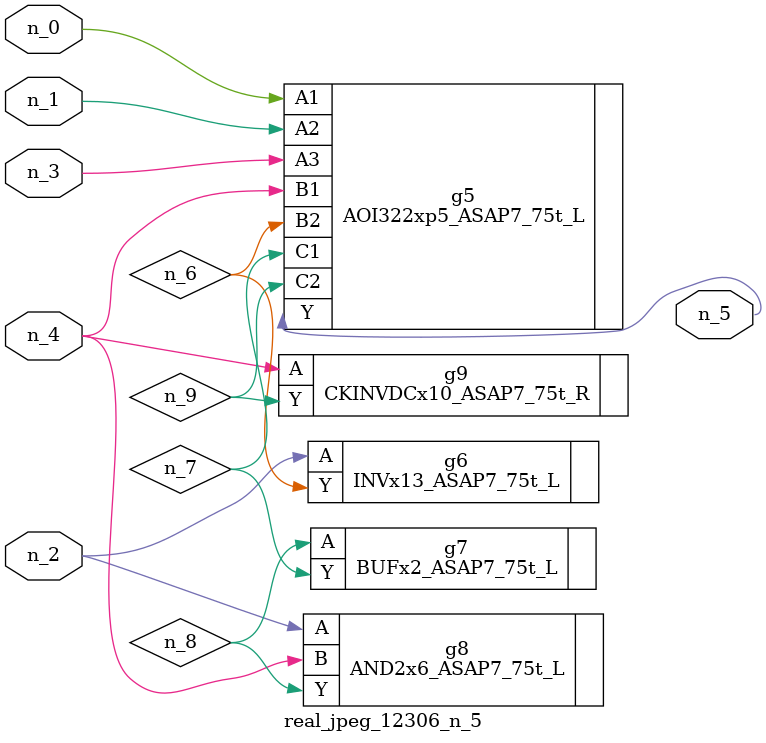
<source format=v>
module real_jpeg_12306_n_5 (n_4, n_0, n_1, n_2, n_3, n_5);

input n_4;
input n_0;
input n_1;
input n_2;
input n_3;

output n_5;

wire n_8;
wire n_6;
wire n_7;
wire n_9;

AOI322xp5_ASAP7_75t_L g5 ( 
.A1(n_0),
.A2(n_1),
.A3(n_3),
.B1(n_4),
.B2(n_6),
.C1(n_7),
.C2(n_9),
.Y(n_5)
);

INVx13_ASAP7_75t_L g6 ( 
.A(n_2),
.Y(n_6)
);

AND2x6_ASAP7_75t_L g8 ( 
.A(n_2),
.B(n_4),
.Y(n_8)
);

CKINVDCx10_ASAP7_75t_R g9 ( 
.A(n_4),
.Y(n_9)
);

BUFx2_ASAP7_75t_L g7 ( 
.A(n_8),
.Y(n_7)
);


endmodule
</source>
